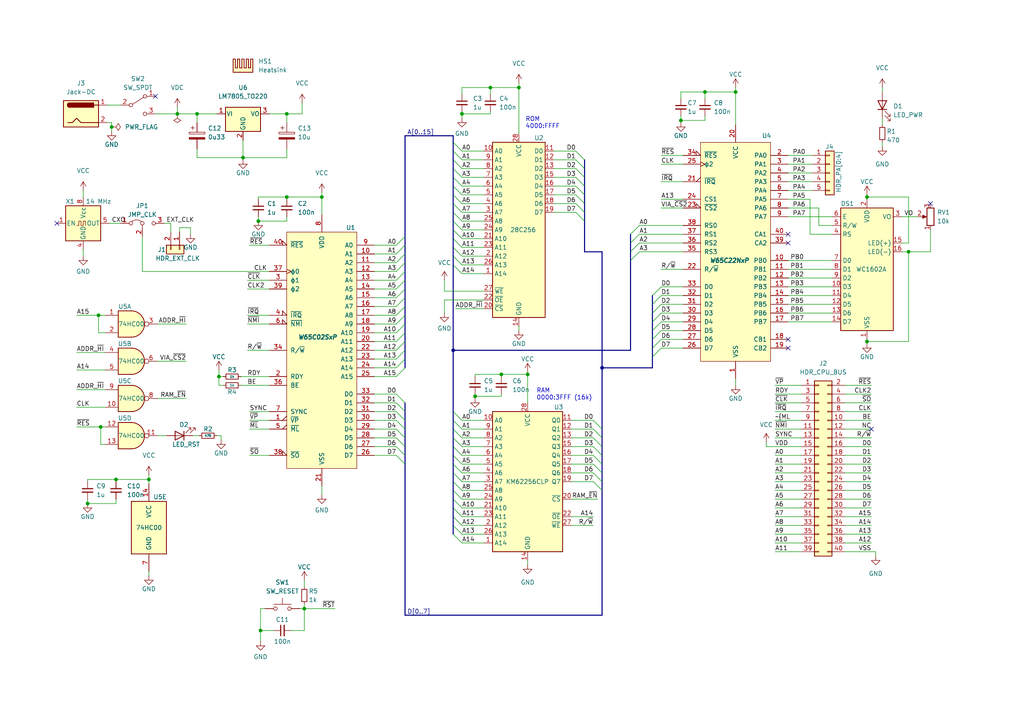
<source format=kicad_sch>
(kicad_sch (version 20211123) (generator eeschema)
  (paper "A4")
  (junction (at 153.035 108.585))
  (junction (at 174.625 106.68))
  (junction (at 57.15 33.02))
  (junction (at 83.185 33.02))
  (junction (at 28.575 91.44))
  (junction (at 33.655 139.065))
  (junction (at 75.565 182.88))
  (junction (at 150.495 25.4))
  (junction (at 204.47 26.67))
  (junction (at 197.485 34.925))
  (junction (at 74.93 64.135))
  (junction (at 251.46 57.15))
  (junction (at 93.345 57.15))
  (junction (at 83.185 57.15))
  (junction (at 131.445 101.6))
  (junction (at 51.435 33.02))
  (junction (at 263.525 73.025))
  (junction (at 70.485 45.72))
  (junction (at 137.795 114.935))
  (junction (at 63.5 109.22))
  (junction (at 142.24 25.4))
  (junction (at 251.46 99.06))
  (junction (at 29.21 123.825))
  (junction (at 43.18 139.065))
  (junction (at 133.985 33.02))
  (junction (at 213.36 26.67))
  (junction (at 25.4 146.05))
  (junction (at 145.415 108.585))
  (junction (at 88.265 176.53))
  (junction (at 32.385 36.83))
  (no_connect (at 228.6 70.485))
  (no_connect (at 16.51 64.77))
  (no_connect (at 269.875 59.055))
  (no_connect (at 228.6 98.425))
  (no_connect (at 228.6 100.965))
  (no_connect (at 45.085 27.94))
  (no_connect (at 228.6 67.945))
  (no_connect (at 252.73 124.46))
  (bus_entry (at 191.77 88.265) (size -2.54 2.54))
  (bus_entry (at 114.935 124.46) (size 2.54 2.54))
  (bus_entry (at 167.005 48.895) (size 2.54 2.54))
  (bus_entry (at 133.985 64.135) (size -2.54 -2.54))
  (bus_entry (at 114.935 119.38) (size 2.54 2.54))
  (bus_entry (at 133.985 144.78) (size -2.54 -2.54))
  (bus_entry (at 133.985 76.835) (size -2.54 -2.54))
  (bus_entry (at 114.935 114.3) (size 2.54 2.54))
  (bus_entry (at 133.985 48.895) (size -2.54 -2.54))
  (bus_entry (at 133.985 142.24) (size -2.54 -2.54))
  (bus_entry (at 185.42 67.945) (size -2.54 2.54))
  (bus_entry (at 133.985 69.215) (size -2.54 -2.54))
  (bus_entry (at 133.985 61.595) (size -2.54 -2.54))
  (bus_entry (at 114.935 93.98) (size 2.54 -2.54))
  (bus_entry (at 133.985 129.54) (size -2.54 -2.54))
  (bus_entry (at 133.985 132.08) (size -2.54 -2.54))
  (bus_entry (at 133.985 157.48) (size -2.54 -2.54))
  (bus_entry (at 114.935 104.14) (size 2.54 -2.54))
  (bus_entry (at 114.935 81.28) (size 2.54 -2.54))
  (bus_entry (at 167.005 46.355) (size 2.54 2.54))
  (bus_entry (at 185.42 65.405) (size -2.54 2.54))
  (bus_entry (at 133.985 127) (size -2.54 -2.54))
  (bus_entry (at 114.935 132.08) (size 2.54 2.54))
  (bus_entry (at 114.935 71.12) (size 2.54 -2.54))
  (bus_entry (at 133.985 124.46) (size -2.54 -2.54))
  (bus_entry (at 133.985 137.16) (size -2.54 -2.54))
  (bus_entry (at 133.985 147.32) (size -2.54 -2.54))
  (bus_entry (at 114.935 106.68) (size 2.54 -2.54))
  (bus_entry (at 114.935 78.74) (size 2.54 -2.54))
  (bus_entry (at 167.005 61.595) (size 2.54 2.54))
  (bus_entry (at 114.935 73.66) (size 2.54 -2.54))
  (bus_entry (at 185.42 73.025) (size -2.54 2.54))
  (bus_entry (at 114.935 99.06) (size 2.54 -2.54))
  (bus_entry (at 114.935 109.22) (size 2.54 -2.54))
  (bus_entry (at 133.985 53.975) (size -2.54 -2.54))
  (bus_entry (at 133.985 121.92) (size -2.54 -2.54))
  (bus_entry (at 114.935 96.52) (size 2.54 -2.54))
  (bus_entry (at 167.005 43.815) (size 2.54 2.54))
  (bus_entry (at 133.985 154.94) (size -2.54 -2.54))
  (bus_entry (at 133.985 149.86) (size -2.54 -2.54))
  (bus_entry (at 133.985 74.295) (size -2.54 -2.54))
  (bus_entry (at 114.935 88.9) (size 2.54 -2.54))
  (bus_entry (at 167.005 53.975) (size 2.54 2.54))
  (bus_entry (at 114.935 116.84) (size 2.54 2.54))
  (bus_entry (at 172.085 121.92) (size 2.54 2.54))
  (bus_entry (at 133.985 51.435) (size -2.54 -2.54))
  (bus_entry (at 133.985 152.4) (size -2.54 -2.54))
  (bus_entry (at 191.77 100.965) (size -2.54 2.54))
  (bus_entry (at 167.005 51.435) (size 2.54 2.54))
  (bus_entry (at 133.985 46.355) (size -2.54 -2.54))
  (bus_entry (at 167.005 56.515) (size 2.54 2.54))
  (bus_entry (at 114.935 83.82) (size 2.54 -2.54))
  (bus_entry (at 114.935 129.54) (size 2.54 2.54))
  (bus_entry (at 172.085 132.08) (size 2.54 2.54))
  (bus_entry (at 133.985 43.815) (size -2.54 -2.54))
  (bus_entry (at 172.085 134.62) (size 2.54 2.54))
  (bus_entry (at 114.935 91.44) (size 2.54 -2.54))
  (bus_entry (at 191.77 95.885) (size -2.54 2.54))
  (bus_entry (at 172.085 129.54) (size 2.54 2.54))
  (bus_entry (at 172.085 124.46) (size 2.54 2.54))
  (bus_entry (at 114.935 101.6) (size 2.54 -2.54))
  (bus_entry (at 185.42 70.485) (size -2.54 2.54))
  (bus_entry (at 133.985 66.675) (size -2.54 -2.54))
  (bus_entry (at 191.77 90.805) (size -2.54 2.54))
  (bus_entry (at 167.005 59.055) (size 2.54 2.54))
  (bus_entry (at 172.085 127) (size 2.54 2.54))
  (bus_entry (at 172.085 139.7) (size 2.54 2.54))
  (bus_entry (at 133.985 79.375) (size -2.54 -2.54))
  (bus_entry (at 191.77 85.725) (size -2.54 2.54))
  (bus_entry (at 133.985 59.055) (size -2.54 -2.54))
  (bus_entry (at 133.985 56.515) (size -2.54 -2.54))
  (bus_entry (at 172.085 137.16) (size 2.54 2.54))
  (bus_entry (at 114.935 121.92) (size 2.54 2.54))
  (bus_entry (at 114.935 127) (size 2.54 2.54))
  (bus_entry (at 191.77 93.345) (size -2.54 2.54))
  (bus_entry (at 191.77 98.425) (size -2.54 2.54))
  (bus_entry (at 133.985 139.7) (size -2.54 -2.54))
  (bus_entry (at 191.77 83.185) (size -2.54 2.54))
  (bus_entry (at 114.935 86.36) (size 2.54 -2.54))
  (bus_entry (at 133.985 134.62) (size -2.54 -2.54))
  (bus_entry (at 133.985 71.755) (size -2.54 -2.54))
  (bus_entry (at 114.935 76.2) (size 2.54 -2.54))
  (bus (pts (xy 117.475 119.38) (xy 117.475 121.92)))
  (bus (pts (xy 117.475 124.46) (xy 117.475 127)))
  (wire (pts (xy 165.735 139.7) (xy 172.085 139.7)))
  (wire (pts (xy 140.335 144.78) (xy 133.985 144.78)))
  (wire (pts (xy 263.525 57.15) (xy 251.46 57.15)))
  (wire (pts (xy 72.39 124.46) (xy 78.105 124.46)))
  (wire (pts (xy 191.77 57.785) (xy 198.12 57.785)))
  (bus (pts (xy 189.23 93.345) (xy 189.23 95.885)))
  (wire (pts (xy 108.585 81.28) (xy 114.935 81.28)))
  (bus (pts (xy 131.445 154.94) (xy 131.445 152.4)))
  (wire (pts (xy 261.62 70.485) (xy 263.525 70.485)))
  (wire (pts (xy 108.585 71.12) (xy 114.935 71.12)))
  (wire (pts (xy 165.735 127) (xy 172.085 127)))
  (bus (pts (xy 174.625 134.62) (xy 174.625 132.08)))
  (wire (pts (xy 204.47 34.925) (xy 197.485 34.925)))
  (wire (pts (xy 228.6 83.185) (xy 241.3 83.185)))
  (wire (pts (xy 224.79 144.78) (xy 232.41 144.78)))
  (bus (pts (xy 169.545 48.895) (xy 169.545 51.435)))
  (wire (pts (xy 22.225 91.44) (xy 28.575 91.44)))
  (wire (pts (xy 145.415 114.935) (xy 137.795 114.935)))
  (wire (pts (xy 251.46 99.06) (xy 251.46 98.425)))
  (bus (pts (xy 117.475 88.9) (xy 117.475 91.44)))
  (wire (pts (xy 245.11 132.08) (xy 252.73 132.08)))
  (bus (pts (xy 182.88 73.025) (xy 182.88 75.565)))
  (wire (pts (xy 251.46 57.15) (xy 251.46 57.785)))
  (wire (pts (xy 108.585 88.9) (xy 114.935 88.9)))
  (wire (pts (xy 22.225 102.235) (xy 30.48 102.235)))
  (wire (pts (xy 74.93 57.15) (xy 83.185 57.15)))
  (wire (pts (xy 224.79 121.92) (xy 232.41 121.92)))
  (wire (pts (xy 245.11 154.94) (xy 252.73 154.94)))
  (wire (pts (xy 234.95 57.785) (xy 234.95 67.945)))
  (bus (pts (xy 131.445 48.895) (xy 131.445 46.355)))
  (wire (pts (xy 88.265 168.275) (xy 88.265 170.18)))
  (wire (pts (xy 140.335 53.975) (xy 133.985 53.975)))
  (wire (pts (xy 140.335 86.995) (xy 128.905 86.995)))
  (wire (pts (xy 140.335 152.4) (xy 133.985 152.4)))
  (wire (pts (xy 153.035 108.585) (xy 153.035 116.84)))
  (wire (pts (xy 55.245 66.04) (xy 55.245 67.945)))
  (bus (pts (xy 131.445 76.835) (xy 131.445 74.295)))
  (wire (pts (xy 128.905 86.995) (xy 128.905 90.805)))
  (wire (pts (xy 51.435 31.115) (xy 51.435 33.02)))
  (wire (pts (xy 235.585 47.625) (xy 228.6 47.625)))
  (wire (pts (xy 87.63 29.845) (xy 87.63 33.02)))
  (wire (pts (xy 57.15 35.56) (xy 57.15 33.02)))
  (wire (pts (xy 49.53 64.77) (xy 47.625 64.77)))
  (bus (pts (xy 174.625 129.54) (xy 174.625 127)))
  (wire (pts (xy 198.12 100.965) (xy 191.77 100.965)))
  (bus (pts (xy 117.475 178.435) (xy 174.625 178.435)))
  (wire (pts (xy 72.39 132.08) (xy 78.105 132.08)))
  (wire (pts (xy 140.335 124.46) (xy 133.985 124.46)))
  (wire (pts (xy 228.6 57.785) (xy 234.95 57.785)))
  (wire (pts (xy 165.735 129.54) (xy 172.085 129.54)))
  (wire (pts (xy 191.77 52.705) (xy 198.12 52.705)))
  (wire (pts (xy 245.11 139.7) (xy 252.73 139.7)))
  (wire (pts (xy 142.24 25.4) (xy 150.495 25.4)))
  (wire (pts (xy 140.335 48.895) (xy 133.985 48.895)))
  (wire (pts (xy 88.265 182.88) (xy 88.265 176.53)))
  (wire (pts (xy 133.985 27.305) (xy 133.985 25.4)))
  (bus (pts (xy 174.625 127) (xy 174.625 124.46)))
  (wire (pts (xy 75.565 182.88) (xy 75.565 176.53)))
  (wire (pts (xy 24.13 72.39) (xy 24.13 74.295)))
  (wire (pts (xy 204.47 26.67) (xy 204.47 28.575)))
  (bus (pts (xy 189.23 90.805) (xy 189.23 93.345)))
  (wire (pts (xy 140.335 154.94) (xy 133.985 154.94)))
  (wire (pts (xy 191.77 60.325) (xy 198.12 60.325)))
  (bus (pts (xy 131.445 43.815) (xy 131.445 41.275)))
  (bus (pts (xy 182.88 67.945) (xy 182.88 70.485)))
  (wire (pts (xy 224.79 139.7) (xy 232.41 139.7)))
  (wire (pts (xy 64.135 127.635) (xy 64.135 126.365)))
  (wire (pts (xy 93.345 57.15) (xy 93.345 62.23)))
  (wire (pts (xy 140.335 64.135) (xy 133.985 64.135)))
  (bus (pts (xy 117.475 104.14) (xy 117.475 106.68)))
  (bus (pts (xy 169.545 53.975) (xy 169.545 56.515)))
  (wire (pts (xy 140.335 59.055) (xy 133.985 59.055)))
  (bus (pts (xy 117.475 39.37) (xy 117.475 68.58)))
  (wire (pts (xy 140.335 84.455) (xy 128.905 84.455)))
  (bus (pts (xy 131.445 124.46) (xy 131.445 121.92)))
  (bus (pts (xy 169.545 61.595) (xy 169.545 64.135)))
  (bus (pts (xy 189.23 98.425) (xy 189.23 100.965)))
  (wire (pts (xy 198.12 83.185) (xy 191.77 83.185)))
  (bus (pts (xy 117.475 68.58) (xy 117.475 71.12)))
  (bus (pts (xy 117.475 129.54) (xy 117.475 132.08)))
  (wire (pts (xy 71.755 93.98) (xy 78.105 93.98)))
  (wire (pts (xy 41.275 68.58) (xy 41.275 78.74)))
  (bus (pts (xy 131.445 127) (xy 131.445 124.46)))
  (wire (pts (xy 224.79 132.08) (xy 232.41 132.08)))
  (wire (pts (xy 140.335 139.7) (xy 133.985 139.7)))
  (wire (pts (xy 45.72 93.98) (xy 53.975 93.98)))
  (wire (pts (xy 213.36 25.4) (xy 213.36 26.67)))
  (bus (pts (xy 117.475 39.37) (xy 131.445 39.37)))
  (wire (pts (xy 41.275 78.74) (xy 78.105 78.74)))
  (bus (pts (xy 131.445 71.755) (xy 131.445 69.215)))
  (wire (pts (xy 108.585 109.22) (xy 114.935 109.22)))
  (wire (pts (xy 22.225 107.315) (xy 30.48 107.315)))
  (wire (pts (xy 83.185 62.865) (xy 83.185 64.135)))
  (wire (pts (xy 224.79 116.84) (xy 232.41 116.84)))
  (wire (pts (xy 31.75 64.77) (xy 34.925 64.77)))
  (wire (pts (xy 228.6 90.805) (xy 241.3 90.805)))
  (wire (pts (xy 71.755 91.44) (xy 78.105 91.44)))
  (wire (pts (xy 25.4 139.7) (xy 25.4 139.065)))
  (wire (pts (xy 108.585 101.6) (xy 114.935 101.6)))
  (wire (pts (xy 245.11 111.76) (xy 252.73 111.76)))
  (bus (pts (xy 169.545 64.135) (xy 169.545 73.025)))
  (wire (pts (xy 24.13 55.245) (xy 24.13 57.15)))
  (wire (pts (xy 165.735 134.62) (xy 172.085 134.62)))
  (wire (pts (xy 245.11 142.24) (xy 252.73 142.24)))
  (wire (pts (xy 140.335 157.48) (xy 133.985 157.48)))
  (wire (pts (xy 245.11 144.78) (xy 252.73 144.78)))
  (wire (pts (xy 142.24 33.02) (xy 133.985 33.02)))
  (wire (pts (xy 83.185 45.72) (xy 70.485 45.72)))
  (wire (pts (xy 43.18 137.795) (xy 43.18 139.065)))
  (bus (pts (xy 131.445 53.975) (xy 131.445 51.435)))
  (bus (pts (xy 131.445 59.055) (xy 131.445 56.515)))
  (wire (pts (xy 55.88 126.365) (xy 57.785 126.365)))
  (wire (pts (xy 224.79 111.76) (xy 232.41 111.76)))
  (wire (pts (xy 57.15 33.02) (xy 51.435 33.02)))
  (wire (pts (xy 224.79 152.4) (xy 232.41 152.4)))
  (wire (pts (xy 71.755 83.82) (xy 78.105 83.82)))
  (wire (pts (xy 245.11 119.38) (xy 252.73 119.38)))
  (wire (pts (xy 235.585 50.165) (xy 228.6 50.165)))
  (wire (pts (xy 228.6 85.725) (xy 241.3 85.725)))
  (wire (pts (xy 251.46 99.695) (xy 251.46 99.06)))
  (wire (pts (xy 165.735 152.4) (xy 172.085 152.4)))
  (wire (pts (xy 140.335 132.08) (xy 133.985 132.08)))
  (wire (pts (xy 108.585 121.92) (xy 114.935 121.92)))
  (bus (pts (xy 189.23 103.505) (xy 189.23 106.68)))
  (wire (pts (xy 245.11 114.3) (xy 252.73 114.3)))
  (wire (pts (xy 160.655 56.515) (xy 167.005 56.515)))
  (wire (pts (xy 70.485 45.72) (xy 70.485 46.355)))
  (bus (pts (xy 131.445 74.295) (xy 131.445 71.755)))
  (wire (pts (xy 197.485 34.925) (xy 197.485 33.655)))
  (wire (pts (xy 71.755 101.6) (xy 78.105 101.6)))
  (wire (pts (xy 213.36 111.76) (xy 213.36 109.855)))
  (wire (pts (xy 52.07 66.04) (xy 55.245 66.04)))
  (wire (pts (xy 49.53 67.31) (xy 49.53 64.77)))
  (wire (pts (xy 140.335 66.675) (xy 133.985 66.675)))
  (wire (pts (xy 32.385 35.56) (xy 32.385 36.83)))
  (wire (pts (xy 228.6 93.345) (xy 241.3 93.345)))
  (wire (pts (xy 234.95 67.945) (xy 241.3 67.945)))
  (wire (pts (xy 108.585 76.2) (xy 114.935 76.2)))
  (bus (pts (xy 117.475 86.36) (xy 117.475 88.9)))
  (bus (pts (xy 174.625 142.24) (xy 174.625 178.435)))
  (bus (pts (xy 117.475 121.92) (xy 117.475 124.46)))
  (wire (pts (xy 140.335 61.595) (xy 133.985 61.595)))
  (wire (pts (xy 69.85 109.22) (xy 78.105 109.22)))
  (wire (pts (xy 228.6 62.865) (xy 241.3 62.865)))
  (bus (pts (xy 131.445 64.135) (xy 131.445 61.595)))
  (wire (pts (xy 204.47 33.655) (xy 204.47 34.925)))
  (bus (pts (xy 117.475 76.2) (xy 117.475 78.74)))
  (wire (pts (xy 140.335 56.515) (xy 133.985 56.515)))
  (bus (pts (xy 117.475 96.52) (xy 117.475 99.06)))
  (wire (pts (xy 140.335 127) (xy 133.985 127)))
  (wire (pts (xy 185.42 67.945) (xy 198.12 67.945)))
  (wire (pts (xy 140.335 134.62) (xy 133.985 134.62)))
  (wire (pts (xy 245.11 137.16) (xy 252.73 137.16)))
  (wire (pts (xy 255.905 42.545) (xy 255.905 41.275)))
  (wire (pts (xy 25.4 139.065) (xy 33.655 139.065)))
  (wire (pts (xy 197.485 35.56) (xy 197.485 34.925)))
  (wire (pts (xy 22.225 123.825) (xy 29.21 123.825)))
  (wire (pts (xy 222.25 128.27) (xy 222.25 129.54)))
  (wire (pts (xy 108.585 86.36) (xy 114.935 86.36)))
  (wire (pts (xy 30.48 96.52) (xy 28.575 96.52)))
  (wire (pts (xy 191.77 47.625) (xy 198.12 47.625)))
  (wire (pts (xy 261.62 73.025) (xy 263.525 73.025)))
  (wire (pts (xy 198.12 95.885) (xy 191.77 95.885)))
  (wire (pts (xy 108.585 116.84) (xy 114.935 116.84)))
  (bus (pts (xy 131.445 46.355) (xy 131.445 43.815)))
  (wire (pts (xy 191.77 78.105) (xy 198.12 78.105)))
  (wire (pts (xy 191.77 45.085) (xy 198.12 45.085)))
  (wire (pts (xy 45.72 115.57) (xy 53.975 115.57)))
  (wire (pts (xy 140.335 79.375) (xy 133.985 79.375)))
  (bus (pts (xy 174.625 106.68) (xy 174.625 73.025)))
  (wire (pts (xy 198.12 98.425) (xy 191.77 98.425)))
  (wire (pts (xy 137.795 115.57) (xy 137.795 114.935)))
  (wire (pts (xy 137.795 114.935) (xy 137.795 114.3)))
  (wire (pts (xy 228.6 80.645) (xy 241.3 80.645)))
  (wire (pts (xy 83.185 57.15) (xy 93.345 57.15)))
  (bus (pts (xy 117.475 99.06) (xy 117.475 101.6)))
  (wire (pts (xy 254 161.29) (xy 254 160.02)))
  (wire (pts (xy 108.585 127) (xy 114.935 127)))
  (bus (pts (xy 117.475 127) (xy 117.475 129.54)))
  (wire (pts (xy 224.79 127) (xy 232.41 127)))
  (bus (pts (xy 131.445 144.78) (xy 131.445 142.24)))
  (wire (pts (xy 245.11 124.46) (xy 252.73 124.46)))
  (wire (pts (xy 140.335 71.755) (xy 133.985 71.755)))
  (wire (pts (xy 22.225 118.11) (xy 30.48 118.11)))
  (wire (pts (xy 204.47 26.67) (xy 213.36 26.67)))
  (bus (pts (xy 131.445 152.4) (xy 131.445 149.86)))
  (bus (pts (xy 131.445 76.835) (xy 131.445 101.6)))
  (wire (pts (xy 245.11 157.48) (xy 252.73 157.48)))
  (wire (pts (xy 88.265 175.26) (xy 88.265 176.53)))
  (wire (pts (xy 224.79 137.16) (xy 232.41 137.16)))
  (wire (pts (xy 245.11 116.84) (xy 252.73 116.84)))
  (wire (pts (xy 108.585 91.44) (xy 114.935 91.44)))
  (wire (pts (xy 224.79 119.38) (xy 232.41 119.38)))
  (wire (pts (xy 140.335 43.815) (xy 133.985 43.815)))
  (bus (pts (xy 131.445 101.6) (xy 131.445 119.38)))
  (bus (pts (xy 131.445 129.54) (xy 131.445 127)))
  (bus (pts (xy 117.475 73.66) (xy 117.475 76.2)))
  (wire (pts (xy 57.15 45.72) (xy 70.485 45.72)))
  (wire (pts (xy 228.6 88.265) (xy 241.3 88.265)))
  (wire (pts (xy 237.49 60.325) (xy 237.49 65.405)))
  (wire (pts (xy 108.585 93.98) (xy 114.935 93.98)))
  (wire (pts (xy 33.655 139.065) (xy 43.18 139.065)))
  (wire (pts (xy 108.585 119.38) (xy 114.935 119.38)))
  (wire (pts (xy 83.185 43.18) (xy 83.185 45.72)))
  (wire (pts (xy 197.485 26.67) (xy 204.47 26.67)))
  (wire (pts (xy 25.4 144.78) (xy 25.4 146.05)))
  (wire (pts (xy 228.6 78.105) (xy 241.3 78.105)))
  (wire (pts (xy 29.21 123.825) (xy 30.48 123.825)))
  (bus (pts (xy 131.445 69.215) (xy 131.445 66.675)))
  (wire (pts (xy 235.585 55.245) (xy 228.6 55.245)))
  (wire (pts (xy 263.525 99.06) (xy 251.46 99.06)))
  (bus (pts (xy 117.475 83.82) (xy 117.475 86.36)))
  (bus (pts (xy 117.475 134.62) (xy 117.475 178.435)))
  (wire (pts (xy 140.335 74.295) (xy 133.985 74.295)))
  (bus (pts (xy 131.445 66.675) (xy 131.445 64.135)))
  (wire (pts (xy 165.735 132.08) (xy 172.085 132.08)))
  (wire (pts (xy 224.79 114.3) (xy 232.41 114.3)))
  (wire (pts (xy 145.415 108.585) (xy 153.035 108.585)))
  (wire (pts (xy 140.335 51.435) (xy 133.985 51.435)))
  (wire (pts (xy 160.655 61.595) (xy 167.005 61.595)))
  (bus (pts (xy 117.475 81.28) (xy 117.475 83.82)))
  (wire (pts (xy 160.655 43.815) (xy 167.005 43.815)))
  (wire (pts (xy 51.435 33.02) (xy 45.085 33.02)))
  (bus (pts (xy 117.475 93.98) (xy 117.475 96.52)))
  (wire (pts (xy 71.755 81.28) (xy 78.105 81.28)))
  (bus (pts (xy 174.625 124.46) (xy 174.625 106.68)))
  (wire (pts (xy 45.72 104.775) (xy 53.975 104.775)))
  (wire (pts (xy 69.85 111.76) (xy 78.105 111.76)))
  (wire (pts (xy 150.495 24.13) (xy 150.495 25.4)))
  (wire (pts (xy 108.585 73.66) (xy 114.935 73.66)))
  (wire (pts (xy 93.345 55.88) (xy 93.345 57.15)))
  (wire (pts (xy 64.135 126.365) (xy 62.865 126.365)))
  (bus (pts (xy 182.88 101.6) (xy 131.445 101.6)))
  (bus (pts (xy 131.445 132.08) (xy 131.445 129.54)))
  (wire (pts (xy 74.93 57.785) (xy 74.93 57.15)))
  (bus (pts (xy 131.445 134.62) (xy 131.445 132.08)))
  (bus (pts (xy 117.475 78.74) (xy 117.475 81.28)))
  (bus (pts (xy 174.625 132.08) (xy 174.625 129.54)))
  (wire (pts (xy 133.985 34.29) (xy 133.985 33.02)))
  (wire (pts (xy 83.185 64.135) (xy 74.93 64.135)))
  (wire (pts (xy 29.21 128.905) (xy 29.21 123.825)))
  (wire (pts (xy 251.46 56.515) (xy 251.46 57.15)))
  (bus (pts (xy 169.545 59.055) (xy 169.545 61.595)))
  (bus (pts (xy 174.625 73.025) (xy 169.545 73.025)))
  (bus (pts (xy 117.475 71.12) (xy 117.475 73.66)))
  (wire (pts (xy 228.6 60.325) (xy 237.49 60.325)))
  (bus (pts (xy 131.445 137.16) (xy 131.445 134.62)))
  (wire (pts (xy 224.79 154.94) (xy 232.41 154.94)))
  (wire (pts (xy 261.62 62.865) (xy 266.065 62.865)))
  (bus (pts (xy 169.545 51.435) (xy 169.545 53.975)))
  (wire (pts (xy 133.985 25.4) (xy 142.24 25.4)))
  (wire (pts (xy 142.24 32.385) (xy 142.24 33.02)))
  (wire (pts (xy 145.415 114.3) (xy 145.415 114.935)))
  (wire (pts (xy 22.225 113.03) (xy 30.48 113.03)))
  (wire (pts (xy 224.79 142.24) (xy 232.41 142.24)))
  (wire (pts (xy 160.655 59.055) (xy 167.005 59.055)))
  (wire (pts (xy 245.11 149.86) (xy 252.73 149.86)))
  (wire (pts (xy 133.985 33.02) (xy 133.985 32.385)))
  (wire (pts (xy 57.15 43.18) (xy 57.15 45.72)))
  (wire (pts (xy 75.565 176.53) (xy 76.835 176.53)))
  (bus (pts (xy 131.445 41.275) (xy 131.445 39.37)))
  (bus (pts (xy 182.88 75.565) (xy 182.88 101.6)))
  (bus (pts (xy 131.445 139.7) (xy 131.445 137.16)))
  (wire (pts (xy 185.42 65.405) (xy 198.12 65.405)))
  (wire (pts (xy 245.11 134.62) (xy 252.73 134.62)))
  (bus (pts (xy 131.445 142.24) (xy 131.445 139.7)))
  (wire (pts (xy 263.525 73.025) (xy 263.525 99.06)))
  (wire (pts (xy 78.105 33.02) (xy 83.185 33.02)))
  (wire (pts (xy 160.655 46.355) (xy 167.005 46.355)))
  (wire (pts (xy 245.11 152.4) (xy 252.73 152.4)))
  (wire (pts (xy 33.655 146.05) (xy 25.4 146.05)))
  (wire (pts (xy 245.11 127) (xy 252.73 127)))
  (wire (pts (xy 63.5 109.22) (xy 64.77 109.22)))
  (wire (pts (xy 255.905 34.29) (xy 255.905 36.195)))
  (bus (pts (xy 131.445 121.92) (xy 131.445 119.38)))
  (wire (pts (xy 153.035 107.95) (xy 153.035 108.585)))
  (bus (pts (xy 131.445 147.32) (xy 131.445 144.78)))
  (wire (pts (xy 31.115 35.56) (xy 32.385 35.56)))
  (wire (pts (xy 165.735 137.16) (xy 172.085 137.16)))
  (bus (pts (xy 117.475 116.84) (xy 117.475 119.38)))
  (wire (pts (xy 160.655 51.435) (xy 167.005 51.435)))
  (wire (pts (xy 108.585 83.82) (xy 114.935 83.82)))
  (wire (pts (xy 88.265 176.53) (xy 86.995 176.53)))
  (wire (pts (xy 245.11 160.02) (xy 254 160.02)))
  (wire (pts (xy 88.265 176.53) (xy 97.155 176.53)))
  (wire (pts (xy 74.93 62.865) (xy 74.93 64.135)))
  (wire (pts (xy 140.335 137.16) (xy 133.985 137.16)))
  (wire (pts (xy 150.495 95.885) (xy 150.495 94.615)))
  (bus (pts (xy 182.88 70.485) (xy 182.88 73.025)))
  (wire (pts (xy 108.585 78.74) (xy 114.935 78.74)))
  (wire (pts (xy 128.905 84.455) (xy 128.905 81.28)))
  (wire (pts (xy 83.185 57.785) (xy 83.185 57.15)))
  (bus (pts (xy 131.445 61.595) (xy 131.445 59.055)))
  (bus (pts (xy 131.445 149.86) (xy 131.445 147.32)))
  (wire (pts (xy 75.565 186.055) (xy 75.565 182.88)))
  (wire (pts (xy 198.12 88.265) (xy 191.77 88.265)))
  (wire (pts (xy 160.655 53.975) (xy 167.005 53.975)))
  (bus (pts (xy 169.545 56.515) (xy 169.545 59.055)))
  (wire (pts (xy 255.905 25.4) (xy 255.905 26.67)))
  (wire (pts (xy 108.585 114.3) (xy 114.935 114.3)))
  (wire (pts (xy 235.585 52.705) (xy 228.6 52.705)))
  (wire (pts (xy 108.585 99.06) (xy 114.935 99.06)))
  (wire (pts (xy 63.5 107.315) (xy 63.5 109.22)))
  (wire (pts (xy 140.335 46.355) (xy 133.985 46.355)))
  (wire (pts (xy 72.39 119.38) (xy 78.105 119.38)))
  (wire (pts (xy 198.12 90.805) (xy 191.77 90.805)))
  (wire (pts (xy 32.385 36.83) (xy 32.385 38.1)))
  (wire (pts (xy 33.655 144.78) (xy 33.655 146.05)))
  (wire (pts (xy 132.08 89.535) (xy 140.335 89.535)))
  (wire (pts (xy 83.185 35.56) (xy 83.185 33.02)))
  (wire (pts (xy 245.11 147.32) (xy 252.73 147.32)))
  (wire (pts (xy 72.39 71.12) (xy 78.105 71.12)))
  (wire (pts (xy 198.12 85.725) (xy 191.77 85.725)))
  (wire (pts (xy 30.48 128.905) (xy 29.21 128.905)))
  (wire (pts (xy 224.79 149.86) (xy 232.41 149.86)))
  (bus (pts (xy 174.625 137.16) (xy 174.625 134.62)))
  (wire (pts (xy 222.25 129.54) (xy 232.41 129.54)))
  (bus (pts (xy 189.23 88.265) (xy 189.23 90.805)))
  (wire (pts (xy 108.585 124.46) (xy 114.935 124.46)))
  (wire (pts (xy 137.795 108.585) (xy 145.415 108.585)))
  (wire (pts (xy 108.585 106.68) (xy 114.935 106.68)))
  (wire (pts (xy 28.575 91.44) (xy 30.48 91.44)))
  (bus (pts (xy 117.475 132.08) (xy 117.475 134.62)))
  (wire (pts (xy 93.345 143.51) (xy 93.345 140.97)))
  (wire (pts (xy 140.335 69.215) (xy 133.985 69.215)))
  (wire (pts (xy 197.485 28.575) (xy 197.485 26.67)))
  (wire (pts (xy 165.735 144.78) (xy 173.355 144.78)))
  (wire (pts (xy 165.735 121.92) (xy 172.085 121.92)))
  (wire (pts (xy 108.585 129.54) (xy 114.935 129.54)))
  (wire (pts (xy 150.495 25.4) (xy 150.495 38.735)))
  (wire (pts (xy 72.39 121.92) (xy 78.105 121.92)))
  (wire (pts (xy 108.585 96.52) (xy 114.935 96.52)))
  (wire (pts (xy 63.5 111.76) (xy 64.77 111.76)))
  (bus (pts (xy 174.625 142.24) (xy 174.625 139.7)))
  (wire (pts (xy 83.185 33.02) (xy 87.63 33.02)))
  (wire (pts (xy 140.335 142.24) (xy 133.985 142.24)))
  (wire (pts (xy 84.455 182.88) (xy 88.265 182.88)))
  (bus (pts (xy 189.23 100.965) (xy 189.23 103.505)))
  (wire (pts (xy 237.49 65.405) (xy 241.3 65.405)))
  (wire (pts (xy 140.335 76.835) (xy 133.985 76.835)))
  (wire (pts (xy 140.335 121.92) (xy 133.985 121.92)))
  (wire (pts (xy 224.79 124.46) (xy 232.41 124.46)))
  (wire (pts (xy 165.735 124.46) (xy 172.085 124.46)))
  (wire (pts (xy 224.79 160.02) (xy 232.41 160.02)))
  (bus (pts (xy 131.445 56.515) (xy 131.445 53.975)))
  (bus (pts (xy 169.545 46.355) (xy 169.545 48.895)))
  (wire (pts (xy 137.795 109.22) (xy 137.795 108.585)))
  (wire (pts (xy 165.735 149.86) (xy 172.085 149.86)))
  (wire (pts (xy 224.79 147.32) (xy 232.41 147.32)))
  (wire (pts (xy 228.6 75.565) (xy 241.3 75.565)))
  (bus (pts (xy 131.445 51.435) (xy 131.445 48.895)))
  (wire (pts (xy 160.655 48.895) (xy 167.005 48.895)))
  (bus (pts (xy 117.475 101.6) (xy 117.475 104.14)))
  (wire (pts (xy 224.79 134.62) (xy 232.41 134.62)))
  (bus (pts (xy 189.23 95.885) (xy 189.23 98.425)))
  (wire (pts (xy 33.655 139.7) (xy 33.655 139.065)))
  (wire (pts (xy 63.5 109.22) (xy 63.5 111.76)))
  (wire (pts (xy 269.875 66.675) (xy 269.875 73.025)))
  (wire (pts (xy 52.07 67.31) (xy 52.07 66.04)))
  (wire (pts (xy 43.18 167.005) (xy 43.18 165.735)))
  (wire (pts (xy 153.035 163.83) (xy 153.035 162.56)))
  (wire (pts (xy 142.24 25.4) (xy 142.24 27.305)))
  (wire (pts (xy 235.585 45.085) (xy 228.6 45.085)))
  (wire (pts (xy 108.585 104.14) (xy 114.935 104.14)))
  (wire (pts (xy 140.335 149.86) (xy 133.985 149.86)))
  (wire (pts (xy 108.585 132.08) (xy 114.935 132.08)))
  (wire (pts (xy 43.18 139.065) (xy 43.18 140.335)))
  (wire (pts (xy 28.575 96.52) (xy 28.575 91.44)))
  (wire (pts (xy 145.415 108.585) (xy 145.415 109.22)))
  (wire (pts (xy 140.335 147.32) (xy 133.985 147.32)))
  (wire (pts (xy 45.72 126.365) (xy 48.26 126.365)))
  (wire (pts (xy 185.42 70.485) (xy 198.12 70.485)))
  (wire (pts (xy 70.485 40.64) (xy 70.485 45.72)))
  (wire (pts (xy 224.79 157.48) (xy 232.41 157.48)))
  (wire (pts (xy 185.42 73.025) (xy 198.12 73.025)))
  (bus (pts (xy 174.625 139.7) (xy 174.625 137.16)))
  (wire (pts (xy 245.11 121.92) (xy 252.73 121.92)))
  (wire (pts (xy 245.11 129.54) (xy 252.73 129.54)))
  (bus (pts (xy 189.23 106.68) (xy 174.625 106.68)))
  (wire (pts (xy 213.36 26.67) (xy 213.36 36.195)))
  (wire (pts (xy 140.335 129.54) (xy 133.985 129.54)))
  (wire (pts (xy 75.565 182.88) (xy 79.375 182.88)))
  (wire (pts (xy 263.525 70.485) (xy 263.525 57.15)))
  (wire (pts (xy 31.115 30.48) (xy 34.925 30.48)))
  (wire (pts (xy 198.12 93.345) (xy 191.77 93.345)))
  (wire (pts (xy 62.865 33.02) (xy 57.15 33.02)))
  (bus (pts (xy 117.475 91.44) (xy 117.475 93.98)))
  (wire (pts (xy 269.875 73.025) (xy 263.525 73.025)))
  (bus (pts (xy 189.23 85.725) (xy 189.23 88.265)))
  (text "ROM\n4000:FFFF" (at 152.4 37.465 0) (effects (font (size 1.27 1.27)) (justify left bottom)))
  (text "RAM\n0000:3FFF (16k)" (at 155.575 116.205 0) (effects (font (size 1.27 1.27)) (justify left bottom)))
  (label "PA4" (at 229.87 55.245 0))
  (label "A4" (at 133.985 132.08 0))
  (label "A11" (at 133.985 71.755 0))
  (label "A11" (at 114.935 99.06 180))
  (label "~{RES}" (at 252.73 111.76 180))
  (label "A3" (at 133.985 51.435 0))
  (label "PB6" (at 229.235 90.805 0))
  (label "A0" (at 114.935 71.12 180))
  (label "D1" (at 191.77 85.725 0))
  (label "RDY" (at 224.79 114.3 0))
  (label "A2" (at 114.935 76.2 180))
  (label "A9" (at 133.985 144.78 0))
  (label "A10" (at 133.985 69.215 0))
  (label "A2" (at 133.985 48.895 0))
  (label "D3" (at 252.73 137.16 180))
  (label "A15" (at 22.225 91.44 0))
  (label "D3" (at 167.005 51.435 180))
  (label "CLK2" (at 252.73 114.3 180))
  (label "D5" (at 114.935 127 180))
  (label "PA2" (at 229.87 50.165 0))
  (label "A10" (at 224.79 157.48 0))
  (label "PA7" (at 229.87 62.865 0))
  (label "A0" (at 185.42 65.405 0))
  (label "PB0" (at 229.235 75.565 0))
  (label "A3" (at 133.985 129.54 0))
  (label "D0" (at 167.005 43.815 180))
  (label "A5" (at 133.985 56.515 0))
  (label "A4" (at 224.79 142.24 0))
  (label "A14" (at 133.985 79.375 0))
  (label "D3" (at 191.77 90.805 0))
  (label "VIA_~{CS2}" (at 53.975 104.775 180))
  (label "PB1" (at 229.235 78.105 0))
  (label "A15" (at 252.73 149.86 180))
  (label "RDY" (at 71.755 109.22 0))
  (label "CLK" (at 191.77 47.625 0))
  (label "A3" (at 114.935 78.74 180))
  (label "ADDR_~{HI}" (at 132.08 89.535 0))
  (label "D[0..7]" (at 118.11 178.435 0))
  (label "D6" (at 172.085 137.16 180))
  (label "A11" (at 224.79 160.02 0))
  (label "D0" (at 114.935 114.3 180))
  (label "A0" (at 133.985 121.92 0))
  (label "A14" (at 133.985 157.48 0))
  (label "PB7" (at 229.235 93.345 0))
  (label "VSS" (at 252.73 160.02 180))
  (label "D7" (at 114.935 132.08 180))
  (label "D1" (at 114.935 116.84 180))
  (label "PB2" (at 229.235 80.645 0))
  (label "CLK2" (at 71.755 83.82 0))
  (label "D3" (at 114.935 121.92 180))
  (label "A7" (at 133.985 61.595 0))
  (label "PA3" (at 229.87 52.705 0))
  (label "D6" (at 252.73 144.78 180))
  (label "A15" (at 114.935 109.22 180))
  (label "D7" (at 167.005 61.595 180))
  (label "A4" (at 133.985 53.975 0))
  (label "A2" (at 224.79 137.16 0))
  (label "A14" (at 114.935 106.68 180))
  (label "D3" (at 172.085 129.54 180))
  (label "~{VP}" (at 72.39 121.92 0))
  (label "CLK" (at 252.73 119.38 180))
  (label "D0" (at 191.77 83.185 0))
  (label "D4" (at 172.085 132.08 180))
  (label "R{slash}~{W}" (at 252.73 127 180))
  (label "PB4" (at 229.235 85.725 0))
  (label "A0" (at 133.985 43.815 0))
  (label "D2" (at 167.005 48.895 180))
  (label "~{SO}" (at 72.39 132.08 0))
  (label "PB5" (at 229.235 88.265 0))
  (label "D1" (at 172.085 124.46 180))
  (label "D2" (at 172.085 127 180))
  (label "R{slash}~{W}" (at 71.755 101.6 0))
  (label "A14" (at 22.225 107.315 0))
  (label "A12" (at 252.73 157.48 180))
  (label "PA1" (at 229.87 47.625 0))
  (label "VDD" (at 224.79 129.54 0))
  (label "A13" (at 133.985 76.835 0))
  (label "EXT_CLK" (at 48.26 64.77 0))
  (label "D6" (at 114.935 129.54 180))
  (label "~{IRQ}" (at 191.77 52.705 0))
  (label "PB3" (at 229.235 83.185 0))
  (label "A1" (at 185.42 67.945 0))
  (label "PA5" (at 229.87 57.785 0))
  (label "~{RES}" (at 191.77 45.085 0))
  (label "A12" (at 114.935 101.6 180))
  (label "A2" (at 133.985 127 0))
  (label "~{VP}" (at 224.79 111.76 0))
  (label "A13" (at 114.935 104.14 180))
  (label "A5" (at 133.985 134.62 0))
  (label "A2" (at 185.42 70.485 0))
  (label "A8" (at 133.985 64.135 0))
  (label "A0" (at 224.79 132.08 0))
  (label "PA6" (at 229.87 60.325 0))
  (label "A8" (at 114.935 91.44 180))
  (label "~{RES}" (at 72.39 71.12 0))
  (label "ADDR_~{HI}" (at 53.975 93.98 180))
  (label "R{slash}~{W}" (at 191.77 78.105 0))
  (label "PA0" (at 229.87 45.085 0))
  (label "SYNC" (at 224.79 127 0))
  (label "~{NMI}" (at 224.79 124.46 0))
  (label "~{IRQ}" (at 224.79 119.38 0))
  (label "~{ML}" (at 72.39 124.46 0))
  (label "A9" (at 114.935 93.98 180))
  (label "D7" (at 172.085 139.7 180))
  (label "A5" (at 224.79 144.78 0))
  (label "A7" (at 114.935 88.9 180))
  (label "A6" (at 133.985 137.16 0))
  (label "A11" (at 133.985 149.86 0))
  (label "A8" (at 133.985 142.24 0))
  (label "D2" (at 191.77 88.265 0))
  (label "A6" (at 133.985 59.055 0))
  (label "~{RES}" (at 22.225 123.825 0))
  (label "A8" (at 224.79 152.4 0))
  (label "A[0..15]" (at 118.11 39.37 0))
  (label "R{slash}~{W}" (at 172.085 152.4 180))
  (label "A1" (at 224.79 134.62 0))
  (label "A7" (at 133.985 139.7 0))
  (label "D0" (at 252.73 129.54 180))
  (label "A10" (at 114.935 96.52 180))
  (label "~{SO}" (at 252.73 116.84 180))
  (label "ADDR_~{HI}" (at 22.225 113.03 0))
  (label "BE" (at 252.73 121.92 180))
  (label "VO" (at 262.255 62.865 0))
  (label "A3" (at 224.79 139.7 0))
  (label "A9" (at 133.985 66.675 0))
  (label "A7" (at 224.79 149.86 0))
  (label "A1" (at 133.985 46.355 0))
  (label "A13" (at 252.73 154.94 180))
  (label "~{RST}" (at 97.155 176.53 180))
  (label "D4" (at 191.77 93.345 0))
  (label "A3" (at 185.42 73.025 0))
  (label "D5" (at 167.005 56.515 180))
  (label "~{IRQ}" (at 71.755 91.44 0))
  (label "D5" (at 191.77 95.885 0))
  (label "D0" (at 172.085 121.92 180))
  (label "D4" (at 114.935 124.46 180))
  (label "RAM_~{EN}" (at 173.355 144.78 180))
  (label "A6" (at 114.935 86.36 180))
  (label "A6" (at 224.79 147.32 0))
  (label "D7" (at 252.73 147.32 180))
  (label "RAM_~{EN}" (at 53.975 115.57 180))
  (label "A4" (at 114.935 81.28 180))
  (label "VIA_~{CS2}" (at 191.77 60.325 0))
  (label "D6" (at 191.77 98.425 0))
  (label "ADDR_~{HI}" (at 22.225 102.235 0))
  (label "D1" (at 167.005 46.355 180))
  (label "A12" (at 133.985 152.4 0))
  (label "BE" (at 71.755 111.76 0))
  (label "A13" (at 133.985 154.94 0))
  (label "A10" (at 133.985 147.32 0))
  (label "D6" (at 167.005 59.055 180))
  (label "CLK" (at 22.225 118.11 0))
  (label "A12" (at 133.985 74.295 0))
  (label "D4" (at 252.73 139.7 180))
  (label "~{CLK}" (at 224.79 116.84 0))
  (label "D5" (at 252.73 142.24 180))
  (label "~{CLK}" (at 71.755 81.28 0))
  (label "NC" (at 252.73 124.46 180))
  (label "A13" (at 191.77 57.785 0))
  (label "CLK" (at 73.66 78.74 0))
  (label "SYNC" (at 72.39 119.38 0))
  (label "~{NMI}" (at 71.755 93.98 0))
  (label "D2" (at 252.73 134.62 180))
  (label "D7" (at 191.77 100.965 0))
  (label "D2" (at 114.935 119.38 180))
  (label "D4" (at 167.005 53.975 180))
  (label "A1" (at 133.985 124.46 0))
  (label "D1" (at 252.73 132.08 180))
  (label "A1" (at 114.935 73.66 180))
  (label "A9" (at 224.79 154.94 0))
  (label "A14" (at 252.73 152.4 180))
  (label "D5" (at 172.085 134.62 180))
  (label "A5" (at 114.935 83.82 180))
  (label "CXO" (at 32.385 64.77 0))
  (label "A14" (at 172.085 149.86 180))
  (label "~{ML" (at 224.79 121.92 0))
  (symbol (lib_id "74xx:74HC00") (at 43.18 153.035 0) (unit 5)
    (property "Reference" "U5" (at 44.45 144.145 0) (effects (justify left)))
    (property "Value" "74HC00" (at 39.37 153.035 0) (effects (justify left)))
    (property "Footprint" "Package_DIP:DIP-14_W7.62mm_Socket_LongPads" (effects hide))
    (property "Datasheet" "http://www.ti.com/lit/gpn/sn74hc00" (effects hide))
  )
  (symbol (lib_id "power:VCC") (at 87.63 29.845 0) (unit 1)
    (property "Reference" "#PWR031" (effects hide))
    (property "Value" "VCC" (at 87.63 24.13 0))
  )
  (symbol (lib_id "power:PWR_FLAG") (at 51.435 33.02 180) (unit 1)
    (property "Reference" "#FLG0101" (effects hide))
    (property "Value" "PWR_FLAG" (effects hide))
  )
  (symbol (lib_id "power:GND") (at 213.36 111.76 0) (unit 1)
    (property "Reference" "#PWR026" (effects hide))
    (property "Value" "GND" (at 213.36 115.57 0))
  )
  (symbol (lib_id "Device:C_Small") (at 145.415 111.76 0) (unit 1)
    (property "Reference" "C6" (at 148.59 110.4962 0) (effects (justify left)))
    (property "Value" "100n" (at 148.59 113.0362 0) (effects (justify left)))
    (property "Footprint" "Capacitor_THT:C_Rect_L4.0mm_W2.5mm_P2.50mm" (effects hide))
  )
  (symbol (lib_id "power:VCC") (at 153.035 107.95 0) (unit 1)
    (property "Reference" "#PWR022" (effects hide))
    (property "Value" "VCC" (at 153.035 104.14 0))
  )
  (symbol (lib_id "Device:C_Small") (at 25.4 142.24 0) (unit 1)
    (property "Reference" "C9" (at 27.94 140.9762 0) (effects (justify left)))
    (property "Value" "1u" (at 27.94 143.5162 0) (effects (justify left)))
    (property "Footprint" "Capacitor_THT:C_Rect_L4.6mm_W5.5mm_P2.50mm_MKS02_FKP02" (effects hide))
  )
  (symbol (lib_id "Device:C_Small") (at 81.915 182.88 90) (unit 1)
    (property "Reference" "C11" (at 81.915 179.705 90))
    (property "Value" "100n" (at 81.915 186.055 90))
    (property "Footprint" "Capacitor_THT:C_Rect_L4.0mm_W2.5mm_P2.50mm" (effects hide))
  )
  (symbol (lib_id "power:GND") (at 24.13 74.295 0) (unit 1)
    (property "Reference" "#PWR02" (effects hide))
    (property "Value" "GND" (at 24.13 78.74 0))
  )
  (symbol (lib_id "Connector_Generic:Conn_01x02") (at 52.07 72.39 270) (unit 1)
    (property "Reference" "J1" (at 45.72 72.39 90) (effects (justify left)))
    (property "Value" "HDR_EXT_CLK" (at 45.085 74.93 90) (effects (justify left)))
    (property "Footprint" "Connector_PinSocket_2.54mm:PinSocket_1x02_P2.54mm_Horizontal" (effects hide))
  )
  (symbol (lib_id "Oscillator:CXO_DIP8") (at 24.13 64.77 0) (unit 1)
    (property "Reference" "X1" (at 20.32 58.42 0))
    (property "Value" "14 MHz" (at 28.575 58.42 0))
    (property "Footprint" "Oscillator:Oscillator_DIP-8" (effects hide))
    (property "Datasheet" "http://cdn-reichelt.de/documents/datenblatt/B400/OSZI.pdf" (effects hide))
  )
  (symbol (lib_id "74xx:74HC00") (at 38.1 93.98 0) (unit 1)
    (property "Reference" "U5" (at 36.195 88.9 0))
    (property "Value" "74HC00" (at 38.1 93.98 0))
    (property "Footprint" "Package_DIP:DIP-14_W7.62mm_Socket_LongPads" (effects hide))
    (property "Datasheet" "http://www.ti.com/lit/gpn/sn74hc00" (effects hide))
  )
  (symbol (lib_id "Device:C_Small") (at 33.655 142.24 0) (unit 1)
    (property "Reference" "C10" (at 36.83 140.9762 0) (effects (justify left)))
    (property "Value" "100n" (at 36.83 143.5162 0) (effects (justify left)))
    (property "Footprint" "Capacitor_THT:C_Rect_L4.0mm_W2.5mm_P2.50mm" (effects hide))
  )
  (symbol (lib_id "Switch:SW_SPDT") (at 40.005 30.48 0) (unit 1)
    (property "Reference" "SW2" (at 40.005 22.86 0))
    (property "Value" "SW_SPDT" (at 40.005 25.4 0))
    (property "Footprint" "Button_Switch_THT:SW_Slide_1P2T_CK_OS102011MS2Q" (effects hide))
  )
  (symbol (lib_id "Device:C_Small") (at 137.795 111.76 0) (unit 1)
    (property "Reference" "C5" (at 140.335 110.49 0) (effects (justify left)))
    (property "Value" "1u" (at 140.335 113.03 0) (effects (justify left)))
    (property "Footprint" "Capacitor_THT:C_Rect_L4.6mm_W5.5mm_P2.50mm_MKS02_FKP02" (effects hide))
  )
  (symbol (lib_id "Display_Character:WC1602A") (at 251.46 78.105 0) (unit 1)
    (property "Reference" "DS1" (at 243.84 59.055 0) (effects (justify left)))
    (property "Value" "WC1602A" (at 248.285 78.105 0) (effects (justify left)))
    (property "Footprint" "Display:WC1602A" (effects hide))
    (property "Datasheet" "http://www.wincomlcd.com/pdf/WC1602A-SFYLYHTC06.pdf" (effects hide))
  )
  (symbol (lib_id "Device:R_Small") (at 255.905 38.735 0) (unit 1)
    (property "Reference" "R1" (at 257.175 38.1 0) (effects (justify left)))
    (property "Value" "470" (at 257.175 40.64 0) (effects (justify left)))
    (property "Footprint" "Resistor_THT:R_Axial_DIN0204_L3.6mm_D1.6mm_P5.08mm_Horizontal" (effects hide))
  )
  (symbol (lib_id "74xx:74HC00") (at 38.1 104.775 0) (unit 2)
    (property "Reference" "U5" (at 36.195 99.695 0))
    (property "Value" "74HC00" (at 38.1 104.775 0))
    (property "Footprint" "Package_DIP:DIP-14_W7.62mm_Socket_LongPads" (effects hide))
    (property "Datasheet" "http://www.ti.com/lit/gpn/sn74hc00" (effects hide))
  )
  (symbol (lib_id "power:VDC") (at 51.435 31.115 0) (unit 1)
    (property "Reference" "#PWR0101" (effects hide))
    (property "Value" "VDC" (at 51.435 25.4 0))
  )
  (symbol (lib_id "Device:R_Small") (at 88.265 172.72 0) (unit 1)
    (property "Reference" "R5" (at 89.535 171.45 0) (effects (justify left)))
    (property "Value" "1k" (at 89.535 173.99 0) (effects (justify left)))
    (property "Footprint" "Resistor_THT:R_Axial_DIN0204_L3.6mm_D1.6mm_P5.08mm_Horizontal" (effects hide))
  )
  (symbol (lib_id "Device:C_Polarized") (at 83.185 39.37 0) (unit 1)
    (property "Reference" "C13" (at 86.36 37.2109 0) (effects (justify left)))
    (property "Value" "10u" (at 86.36 39.7509 0) (effects (justify left)))
    (property "Footprint" "Capacitor_THT:CP_Radial_D5.0mm_P2.00mm" (effects hide))
  )
  (symbol (lib_id "power:GND") (at 255.905 42.545 0) (unit 1)
    (property "Reference" "#PWR05" (effects hide))
    (property "Value" "GND" (at 255.905 47.625 0))
  )
  (symbol (lib_id "Device:C_Polarized") (at 57.15 39.37 0) (unit 1)
    (property "Reference" "C12" (at 60.325 37.2109 0) (effects (justify left)))
    (property "Value" "0u33" (at 60.325 39.7509 0) (effects (justify left)))
    (property "Footprint" "Capacitor_THT:C_Rect_L4.6mm_W5.5mm_P2.50mm_MKS02_FKP02" (effects hide))
  )
  (symbol (lib_id "74xx:74HC00") (at 38.1 115.57 0) (unit 3)
    (property "Reference" "U5" (at 36.195 110.49 0))
    (property "Value" "74HC00" (at 38.1 115.57 0))
    (property "Footprint" "Package_DIP:DIP-14_W7.62mm_Socket_LongPads" (effects hide))
    (property "Datasheet" "http://www.ti.com/lit/gpn/sn74hc00" (effects hide))
  )
  (symbol (lib_id "65xx:W65C02SxP") (at 93.345 101.6 0) (unit 1)
    (property "Reference" "U1" (at 100.33 66.04 0) (effects (justify left)))
    (property "Value" "W65C02SxP" (at 86.36 97.79 0) (effects (font bold italic) (justify left)))
    (property "Footprint" "Package_DIP:DIP-40_W15.24mm_Socket_LongPads" (effects hide))
    (property "Datasheet" "http://www.westerndesigncenter.com/wdc/documentation/w65c02s.pdf" (effects hide))
  )
  (symbol (lib_id "Device:LED") (at 255.905 30.48 90) (unit 1)
    (property "Reference" "D1" (at 259.08 30.7974 90) (effects (justify right)))
    (property "Value" "LED_PWR" (at 259.08 33.3374 90) (effects (justify right)))
    (property "Footprint" "LED_THT:LED_D5.0mm" (effects hide))
  )
  (symbol (lib_id "Device:R_Potentiometer") (at 269.875 62.865 180) (unit 1)
    (property "Reference" "RV1" (at 271.78 61.5949 0) (effects (justify right)))
    (property "Value" "10k" (at 271.78 64.1349 0) (effects (justify right)))
    (property "Footprint" "Potentiometer_THT:Potentiometer_Piher_PT-6-V_Vertical_Hole" (effects hide))
  )
  (symbol (lib_id "power:GND") (at 32.385 38.1 0) (unit 1)
    (property "Reference" "#PWR029" (effects hide))
    (property "Value" "GND" (at 32.385 41.91 0))
  )
  (symbol (lib_id "power:GND") (at 133.985 34.29 0) (unit 1)
    (property "Reference" "#PWR018" (effects hide))
    (property "Value" "GND" (at 133.985 38.735 0))
  )
  (symbol (lib_id "Memory_RAM:KM62256CLP") (at 153.035 139.7 0) (unit 1)
    (property "Reference" "U3" (at 160.655 118.11 0) (effects (justify left)))
    (property "Value" "KM62256CLP" (at 146.685 139.7 0) (effects (justify left)))
    (property "Footprint" "Package_DIP:DIP-28_W15.24mm" (effects hide))
    (property "Datasheet" "https://www.futurlec.com/Datasheet/Memory/62256.pdf" (effects hide))
  )
  (symbol (lib_id "Device:C_Small") (at 204.47 31.115 0) (unit 1)
    (property "Reference" "C8" (at 207.01 29.845 0) (effects (justify left)))
    (property "Value" "100n" (at 207.01 32.385 0) (effects (justify left)))
    (property "Footprint" "Capacitor_THT:C_Rect_L4.0mm_W2.5mm_P2.50mm" (effects hide))
  )
  (symbol (lib_id "Jumper:Jumper_3_Bridged12") (at 41.275 64.77 0) (unit 1)
    (property "Reference" "JP1" (at 41.275 59.69 0))
    (property "Value" "JMP_CLK" (at 41.275 62.23 0))
    (property "Footprint" "Connector_PinHeader_2.54mm:PinHeader_1x03_P2.54mm_Vertical" (effects hide))
  )
  (symbol (lib_id "power:VCC") (at 63.5 107.315 0) (unit 1)
    (property "Reference" "#PWR09" (effects hide))
    (property "Value" "VCC" (at 63.5 103.505 0))
  )
  (symbol (lib_id "power:GND") (at 43.18 167.005 0) (unit 1)
    (property "Reference" "#PWR07" (effects hide))
    (property "Value" "GND" (at 43.18 170.815 0))
  )
  (symbol (lib_id "Device:R_Small") (at 60.325 126.365 90) (unit 1)
    (property "Reference" "R2" (at 60.325 124.46 90))
    (property "Value" "470" (at 60.325 126.365 90) (effects (font (size 0.65 0.65))))
    (property "Footprint" "Resistor_THT:R_Axial_DIN0204_L3.6mm_D1.6mm_P5.08mm_Horizontal" (effects hide))
  )
  (symbol (lib_id "Device:C_Small") (at 197.485 31.115 0) (unit 1)
    (property "Reference" "C7" (at 199.39 29.845 0) (effects (justify left)))
    (property "Value" "1u" (at 199.39 32.385 0) (effects (justify left)))
    (property "Footprint" "Capacitor_THT:C_Rect_L4.6mm_W5.5mm_P2.50mm_MKS02_FKP02" (effects hide))
  )
  (symbol (lib_id "power:VCC") (at 222.25 128.27 0) (unit 1)
    (property "Reference" "#PWR027" (effects hide))
    (property "Value" "VCC" (at 222.25 123.19 0))
  )
  (symbol (lib_id "Switch:SW_Push") (at 81.915 176.53 0) (unit 1)
    (property "Reference" "SW1" (at 81.915 168.91 0))
    (property "Value" "SW_RESET" (at 81.915 171.45 0))
    (property "Footprint" "Button_Switch_THT:SW_PUSH_6mm" (effects hide))
  )
  (symbol (lib_id "power:GND") (at 150.495 95.885 0) (unit 1)
    (property "Reference" "#PWR021" (effects hide))
    (property "Value" "GND" (at 150.495 99.695 0))
  )
  (symbol (lib_id "65xx:W65C22NxP") (at 213.36 73.025 0) (unit 1)
    (property "Reference" "U4" (at 220.98 39.37 0) (effects (justify left)))
    (property "Value" "W65C22NxP" (at 205.74 75.565 0) (effects (font bold italic) (justify left)))
    (property "Footprint" "Package_DIP:DIP-40_W15.24mm_Socket_LongPads" (effects hide))
    (property "Datasheet" "http://www.westerndesigncenter.com/wdc/documentation/w65c22.pdf" (effects hide))
  )
  (symbol (lib_id "power:GND") (at 137.795 115.57 0) (unit 1)
    (property "Reference" "#PWR019" (effects hide))
    (property "Value" "GND" (at 137.795 119.38 0))
  )
  (symbol (lib_id "power:VCC") (at 88.265 168.275 0) (unit 1)
    (property "Reference" "#PWR013" (effects hide))
    (property "Value" "VCC" (at 88.265 164.465 0))
  )
  (symbol (lib_id "Device:R_Small") (at 67.31 109.22 90) (unit 1)
    (property "Reference" "R3" (at 67.31 107.315 90))
    (property "Value" "1k" (at 67.31 109.22 90) (effects (font (size 0.65 0.65))))
    (property "Footprint" "Resistor_THT:R_Axial_DIN0204_L3.6mm_D1.6mm_P5.08mm_Horizontal" (effects hide))
  )
  (symbol (lib_id "power:VCC") (at 251.46 56.515 0) (unit 1)
    (property "Reference" "#PWR032" (effects hide))
    (property "Value" "VCC" (at 251.46 52.705 0))
  )
  (symbol (lib_id "power:PWR_FLAG") (at 32.385 36.83 270) (unit 1)
    (property "Reference" "#FLG01" (effects hide))
    (property "Value" "PWR_FLAG" (at 36.195 36.8299 90) (effects (justify left)))
  )
  (symbol (lib_id "power:VCC") (at 24.13 55.245 0) (unit 1)
    (property "Reference" "#PWR01" (effects hide))
    (property "Value" "VCC" (at 24.13 49.53 0))
  )
  (symbol (lib_id "power:VCC") (at 213.36 25.4 0) (unit 1)
    (property "Reference" "#PWR025" (effects hide))
    (property "Value" "VCC" (at 213.36 21.59 0))
  )
  (symbol (lib_id "Device:C_Small") (at 142.24 29.845 0) (unit 1)
    (property "Reference" "C4" (at 144.78 28.5812 0) (effects (justify left)))
    (property "Value" "100n" (at 144.78 31.1212 0) (effects (justify left)))
    (property "Footprint" "Capacitor_THT:C_Rect_L4.0mm_W2.5mm_P2.50mm" (effects hide))
  )
  (symbol (lib_id "Connector:Jack-DC") (at 23.495 33.02 0) (unit 1)
    (property "Reference" "J3" (at 23.495 24.13 0))
    (property "Value" "Jack-DC" (at 23.495 26.67 0))
    (property "Footprint" "Connector_BarrelJack:BarrelJack_CUI_PJ-063AH_Horizontal" (effects hide))
  )
  (symbol (lib_id "power:VCC") (at 128.905 81.28 0) (unit 1)
    (property "Reference" "#PWR016" (effects hide))
    (property "Value" "VCC" (at 128.905 76.2 0))
  )
  (symbol (lib_id "power:GND") (at 55.245 67.945 0) (unit 1)
    (property "Reference" "#PWR08" (effects hide))
    (property "Value" "GND" (at 55.245 71.755 0))
  )
  (symbol (lib_id "Regulator_Linear:LM7805_TO220") (at 70.485 33.02 0) (unit 1)
    (property "Reference" "U6" (at 70.485 25.4 0))
    (property "Value" "LM7805_TO220" (at 70.485 27.94 0))
    (property "Footprint" "Package_TO_SOT_THT:TO-220-3_Vertical" (effects hide))
    (property "Datasheet" "https://www.onsemi.cn/PowerSolutions/document/MC7800-D.PDF" (effects hide))
  )
  (symbol (lib_id "power:GND") (at 128.905 90.805 0) (unit 1)
    (property "Reference" "#PWR017" (effects hide))
    (property "Value" "GND" (at 128.905 95.25 0))
  )
  (symbol (lib_id "power:GND") (at 64.135 127.635 0) (unit 1)
    (property "Reference" "#PWR010" (effects hide))
    (property "Value" "GND" (at 64.135 131.445 0))
  )
  (symbol (lib_id "74xx:74HC00") (at 38.1 126.365 0) (unit 4)
    (property "Reference" "U5" (at 36.195 121.285 0))
    (property "Value" "74HC00" (at 38.1 126.365 0))
    (property "Footprint" "Package_DIP:DIP-14_W7.62mm_Socket_LongPads" (effects hide))
    (property "Datasheet" "http://www.ti.com/lit/gpn/sn74hc00" (effects hide))
  )
  (symbol (lib_id "power:GND") (at 153.035 163.83 0) (unit 1)
    (property "Reference" "#PWR023" (effects hide))
    (property "Value" "GND" (at 153.035 168.91 0))
  )
  (symbol (lib_id "power:GND") (at 251.46 99.695 0) (unit 1)
    (property "Reference" "#PWR033" (effects hide))
    (property "Value" "GND" (at 251.46 103.505 0))
  )
  (symbol (lib_id "Connector_Generic:Conn_02x20_Odd_Even") (at 237.49 134.62 0) (unit 1)
    (property "Reference" "J2" (at 238.76 105.41 0))
    (property "Value" "HDR_CPU_BUS" (at 238.76 107.95 0))
    (property "Footprint" "Connector_PinSocket_2.54mm:PinSocket_2x20_P2.54mm_Vertical" (effects hide))
  )
  (symbol (lib_id "power:GND") (at 70.485 46.355 0) (unit 1)
    (property "Reference" "#PWR030" (effects hide))
    (property "Value" "GND" (at 70.485 50.165 0))
  )
  (symbol (lib_id "power:GND") (at 93.345 143.51 0) (unit 1)
    (property "Reference" "#PWR015" (effects hide))
    (property "Value" "GND" (at 93.345 147.955 0))
  )
  (symbol (lib_id "Device:LED") (at 52.07 126.365 180) (unit 1)
    (property "Reference" "D2" (at 53.34 123.19 0))
    (property "Value" "LED_RST" (at 53.975 128.905 0))
    (property "Footprint" "LED_THT:LED_D5.0mm" (effects hide))
  )
  (symbol (lib_id "Connector_Generic:Conn_01x05") (at 240.665 50.165 0) (unit 1)
    (property "Reference" "J4" (at 239.395 42.545 0) (effects (justify left)))
    (property "Value" "HDR_PA[0:4]" (at 243.205 55.88 90) (effects (justify left)))
    (property "Footprint" "Connector_PinSocket_2.54mm:PinSocket_1x05_P2.54mm_Vertical" (effects hide))
  )
  (symbol (lib_id "power:GND") (at 197.485 35.56 0) (unit 1)
    (property "Reference" "#PWR024" (effects hide))
    (property "Value" "GND" (at 197.485 39.37 0))
  )
  (symbol (lib_id "power:GND") (at 75.565 186.055 0) (unit 1)
    (property "Reference" "#PWR012" (effects hide))
    (property "Value" "GND" (at 75.565 190.5 0))
  )
  (symbol (lib_id "Device:C_Small") (at 74.93 60.325 0) (unit 1)
    (property "Reference" "C1" (at 77.47 59.0612 0) (effects (justify left)))
    (property "Value" "1u" (at 77.47 61.6012 0) (effects (justify left)))
    (property "Footprint" "Capacitor_THT:C_Rect_L4.6mm_W5.5mm_P2.50mm_MKS02_FKP02" (effects hide))
  )
  (symbol (lib_id "Mechanical:Heatsink") (at 70.485 20.955 0) (unit 1)
    (property "Reference" "HS1" (at 74.93 17.7799 0) (effects (justify left)))
    (property "Value" "Heatsink" (at 74.93 20.3199 0) (effects (justify left)))
    (property "Footprint" "Heatsink:Heatsink_AAVID_576802B03900G" (effects hide))
  )
  (symbol (lib_id "power:VCC") (at 150.495 24.13 0) (unit 1)
    (property "Reference" "#PWR020" (effects hide))
    (property "Value" "VCC" (at 150.495 18.415 0))
  )
  (symbol (lib_id "power:VCC") (at 43.18 137.795 0) (unit 1)
    (property "Reference" "#PWR06" (effects hide))
    (property "Value" "VCC" (at 43.18 132.08 0))
  )
  (symbol (lib_id "power:GND") (at 74.93 64.135 0) (unit 1)
    (property "Reference" "#PWR011" (effects hide))
    (property "Value" "GND" (at 74.93 67.945 0))
  )
  (symbol (lib_id "Memory_EEPROM:28C256") (at 150.495 66.675 0) (unit 1)
    (property "Reference" "U2" (at 154.94 40.005 0) (effects (justify left)))
    (property "Value" "28C256" (at 147.955 66.675 0) (effects (justify left)))
    (property "Footprint" "Socket:DIP_Socket-28_W11.9_W12.7_W15.24_W17.78_W18.5_3M_228-1277-00-0602J" (effects hide))
    (property "Datasheet" "http://ww1.microchip.com/downloads/en/DeviceDoc/doc0006.pdf" (effects hide))
  )
  (symbol (lib_id "Device:C_Small") (at 83.185 60.325 0) (unit 1)
    (property "Reference" "C2" (at 86.36 59.0612 0) (effects (justify left)))
    (property "Value" "100n" (at 86.36 61.6012 0) (effects (justify left)))
    (property "Footprint" "Capacitor_THT:C_Rect_L4.0mm_W2.5mm_P2.50mm" (effects hide))
  )
  (symbol (lib_id "power:VCC") (at 93.345 55.88 0) (unit 1)
    (property "Reference" "#PWR014" (effects hide))
    (property "Value" "VCC" (at 93.345 50.165 0))
  )
  (symbol (lib_id "power:GND") (at 254 161.29 0) (unit 1)
    (property "Reference" "#PWR028" (effects hide))
    (property "Value" "GND" (at 254 166.37 0))
  )
  (symbol (lib_id "Device:C_Small") (at 133.985 29.845 0) (unit 1)
    (property "Reference" "C3" (at 137.16 28.5812 0) (effects (justify left)))
    (property "Value" "1u" (at 137.16 31.1212 0) (effects (justify left)))
    (property "Footprint" "Capacitor_THT:C_Rect_L4.6mm_W5.5mm_P2.50mm_MKS02_FKP02" (effects hide))
  )
  (symbol (lib_id "Device:R_Small") (at 67.31 111.76 270) (unit 1)
    (property "Reference" "R4" (at 67.31 113.665 90))
    (property "Value" "1k" (at 67.31 111.76 90) (effects (font (size 0.65 0.65))))
    (property "Footprint" "Resistor_THT:R_Axial_DIN0204_L3.6mm_D1.6mm_P5.08mm_Horizontal" (effects hide))
  )
  (symbol (lib_id "power:GND") (at 25.4 146.05 0) (unit 1)
    (property "Reference" "#PWR03" (effects hide))
    (property "Value" "GND" (at 25.4 149.86 0))
  )
  (symbol (lib_id "power:VCC") (at 255.905 25.4 0) (unit 1)
    (property "Reference" "#PWR04" (effects hide))
    (property "Value" "VCC" (at 255.905 19.685 0))
  )
)
</source>
